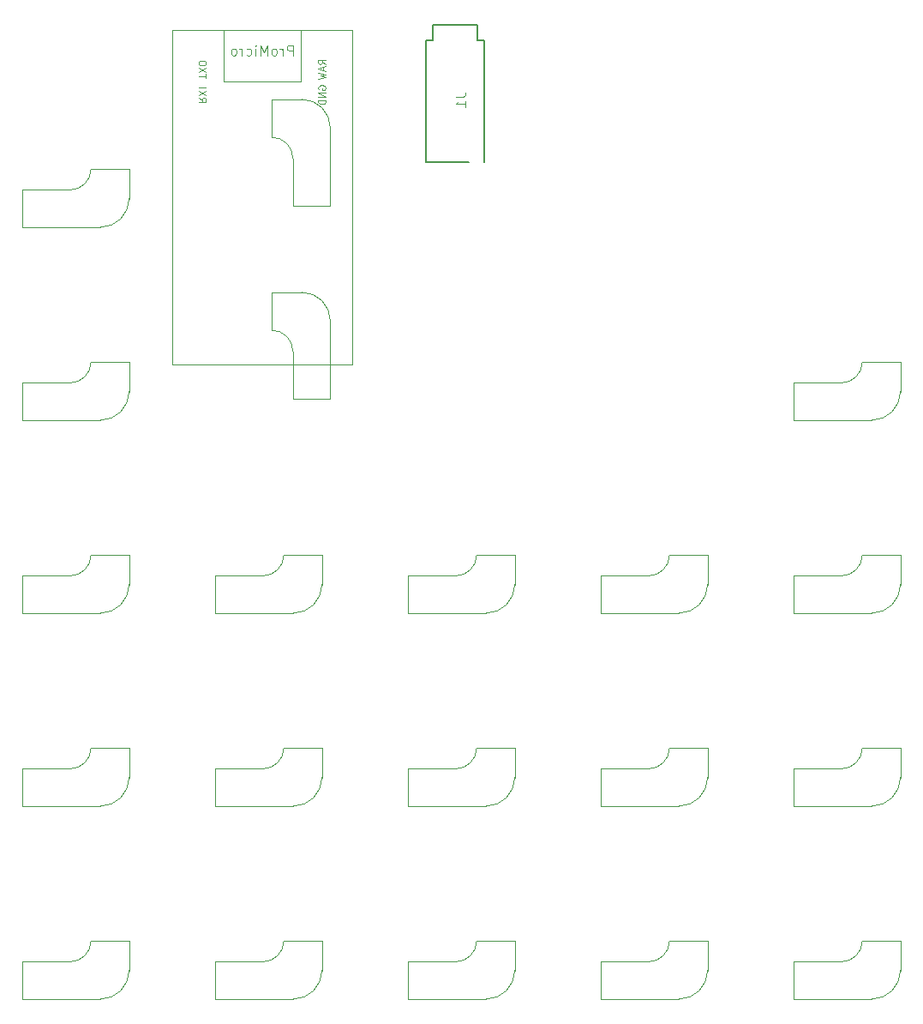
<source format=gbr>
%TF.GenerationSoftware,KiCad,Pcbnew,8.0.3*%
%TF.CreationDate,2025-03-24T17:59:12+09:00*%
%TF.ProjectId,small_keyboard_v2_1,736d616c-6c5f-46b6-9579-626f6172645f,rev?*%
%TF.SameCoordinates,Original*%
%TF.FileFunction,Legend,Bot*%
%TF.FilePolarity,Positive*%
%FSLAX46Y46*%
G04 Gerber Fmt 4.6, Leading zero omitted, Abs format (unit mm)*
G04 Created by KiCad (PCBNEW 8.0.3) date 2025-03-24 17:59:12*
%MOMM*%
%LPD*%
G01*
G04 APERTURE LIST*
%ADD10C,0.100000*%
%ADD11C,0.150000*%
G04 APERTURE END LIST*
D10*
X67214133Y-95571666D02*
X66880800Y-95338333D01*
X67214133Y-95171666D02*
X66514133Y-95171666D01*
X66514133Y-95171666D02*
X66514133Y-95438333D01*
X66514133Y-95438333D02*
X66547466Y-95505000D01*
X66547466Y-95505000D02*
X66580800Y-95538333D01*
X66580800Y-95538333D02*
X66647466Y-95571666D01*
X66647466Y-95571666D02*
X66747466Y-95571666D01*
X66747466Y-95571666D02*
X66814133Y-95538333D01*
X66814133Y-95538333D02*
X66847466Y-95505000D01*
X66847466Y-95505000D02*
X66880800Y-95438333D01*
X66880800Y-95438333D02*
X66880800Y-95171666D01*
X67014133Y-95838333D02*
X67014133Y-96171666D01*
X67214133Y-95771666D02*
X66514133Y-96005000D01*
X66514133Y-96005000D02*
X67214133Y-96238333D01*
X66514133Y-96405000D02*
X67214133Y-96571666D01*
X67214133Y-96571666D02*
X66714133Y-96705000D01*
X66714133Y-96705000D02*
X67214133Y-96838333D01*
X67214133Y-96838333D02*
X66514133Y-97005000D01*
X54695866Y-98878333D02*
X55029200Y-99111666D01*
X54695866Y-99278333D02*
X55395866Y-99278333D01*
X55395866Y-99278333D02*
X55395866Y-99011666D01*
X55395866Y-99011666D02*
X55362533Y-98945000D01*
X55362533Y-98945000D02*
X55329200Y-98911666D01*
X55329200Y-98911666D02*
X55262533Y-98878333D01*
X55262533Y-98878333D02*
X55162533Y-98878333D01*
X55162533Y-98878333D02*
X55095866Y-98911666D01*
X55095866Y-98911666D02*
X55062533Y-98945000D01*
X55062533Y-98945000D02*
X55029200Y-99011666D01*
X55029200Y-99011666D02*
X55029200Y-99278333D01*
X55395866Y-98645000D02*
X54695866Y-98178333D01*
X55395866Y-98178333D02*
X54695866Y-98645000D01*
X54695866Y-97911666D02*
X55395866Y-97911666D01*
X63978809Y-94712419D02*
X63978809Y-93712419D01*
X63978809Y-93712419D02*
X63597857Y-93712419D01*
X63597857Y-93712419D02*
X63502619Y-93760038D01*
X63502619Y-93760038D02*
X63455000Y-93807657D01*
X63455000Y-93807657D02*
X63407381Y-93902895D01*
X63407381Y-93902895D02*
X63407381Y-94045752D01*
X63407381Y-94045752D02*
X63455000Y-94140990D01*
X63455000Y-94140990D02*
X63502619Y-94188609D01*
X63502619Y-94188609D02*
X63597857Y-94236228D01*
X63597857Y-94236228D02*
X63978809Y-94236228D01*
X62978809Y-94712419D02*
X62978809Y-94045752D01*
X62978809Y-94236228D02*
X62931190Y-94140990D01*
X62931190Y-94140990D02*
X62883571Y-94093371D01*
X62883571Y-94093371D02*
X62788333Y-94045752D01*
X62788333Y-94045752D02*
X62693095Y-94045752D01*
X62216904Y-94712419D02*
X62312142Y-94664800D01*
X62312142Y-94664800D02*
X62359761Y-94617180D01*
X62359761Y-94617180D02*
X62407380Y-94521942D01*
X62407380Y-94521942D02*
X62407380Y-94236228D01*
X62407380Y-94236228D02*
X62359761Y-94140990D01*
X62359761Y-94140990D02*
X62312142Y-94093371D01*
X62312142Y-94093371D02*
X62216904Y-94045752D01*
X62216904Y-94045752D02*
X62074047Y-94045752D01*
X62074047Y-94045752D02*
X61978809Y-94093371D01*
X61978809Y-94093371D02*
X61931190Y-94140990D01*
X61931190Y-94140990D02*
X61883571Y-94236228D01*
X61883571Y-94236228D02*
X61883571Y-94521942D01*
X61883571Y-94521942D02*
X61931190Y-94617180D01*
X61931190Y-94617180D02*
X61978809Y-94664800D01*
X61978809Y-94664800D02*
X62074047Y-94712419D01*
X62074047Y-94712419D02*
X62216904Y-94712419D01*
X61454999Y-94712419D02*
X61454999Y-93712419D01*
X61454999Y-93712419D02*
X61121666Y-94426704D01*
X61121666Y-94426704D02*
X60788333Y-93712419D01*
X60788333Y-93712419D02*
X60788333Y-94712419D01*
X60312142Y-94712419D02*
X60312142Y-94045752D01*
X60312142Y-93712419D02*
X60359761Y-93760038D01*
X60359761Y-93760038D02*
X60312142Y-93807657D01*
X60312142Y-93807657D02*
X60264523Y-93760038D01*
X60264523Y-93760038D02*
X60312142Y-93712419D01*
X60312142Y-93712419D02*
X60312142Y-93807657D01*
X59407381Y-94664800D02*
X59502619Y-94712419D01*
X59502619Y-94712419D02*
X59693095Y-94712419D01*
X59693095Y-94712419D02*
X59788333Y-94664800D01*
X59788333Y-94664800D02*
X59835952Y-94617180D01*
X59835952Y-94617180D02*
X59883571Y-94521942D01*
X59883571Y-94521942D02*
X59883571Y-94236228D01*
X59883571Y-94236228D02*
X59835952Y-94140990D01*
X59835952Y-94140990D02*
X59788333Y-94093371D01*
X59788333Y-94093371D02*
X59693095Y-94045752D01*
X59693095Y-94045752D02*
X59502619Y-94045752D01*
X59502619Y-94045752D02*
X59407381Y-94093371D01*
X58978809Y-94712419D02*
X58978809Y-94045752D01*
X58978809Y-94236228D02*
X58931190Y-94140990D01*
X58931190Y-94140990D02*
X58883571Y-94093371D01*
X58883571Y-94093371D02*
X58788333Y-94045752D01*
X58788333Y-94045752D02*
X58693095Y-94045752D01*
X58216904Y-94712419D02*
X58312142Y-94664800D01*
X58312142Y-94664800D02*
X58359761Y-94617180D01*
X58359761Y-94617180D02*
X58407380Y-94521942D01*
X58407380Y-94521942D02*
X58407380Y-94236228D01*
X58407380Y-94236228D02*
X58359761Y-94140990D01*
X58359761Y-94140990D02*
X58312142Y-94093371D01*
X58312142Y-94093371D02*
X58216904Y-94045752D01*
X58216904Y-94045752D02*
X58074047Y-94045752D01*
X58074047Y-94045752D02*
X57978809Y-94093371D01*
X57978809Y-94093371D02*
X57931190Y-94140990D01*
X57931190Y-94140990D02*
X57883571Y-94236228D01*
X57883571Y-94236228D02*
X57883571Y-94521942D01*
X57883571Y-94521942D02*
X57931190Y-94617180D01*
X57931190Y-94617180D02*
X57978809Y-94664800D01*
X57978809Y-94664800D02*
X58074047Y-94712419D01*
X58074047Y-94712419D02*
X58216904Y-94712419D01*
X55395866Y-96954999D02*
X55395866Y-96554999D01*
X54695866Y-96754999D02*
X55395866Y-96754999D01*
X55395866Y-96388333D02*
X54695866Y-95921666D01*
X55395866Y-95921666D02*
X54695866Y-96388333D01*
X55395866Y-95521666D02*
X55395866Y-95388332D01*
X55395866Y-95388332D02*
X55362533Y-95321666D01*
X55362533Y-95321666D02*
X55295866Y-95254999D01*
X55295866Y-95254999D02*
X55162533Y-95221666D01*
X55162533Y-95221666D02*
X54929200Y-95221666D01*
X54929200Y-95221666D02*
X54795866Y-95254999D01*
X54795866Y-95254999D02*
X54729200Y-95321666D01*
X54729200Y-95321666D02*
X54695866Y-95388332D01*
X54695866Y-95388332D02*
X54695866Y-95521666D01*
X54695866Y-95521666D02*
X54729200Y-95588332D01*
X54729200Y-95588332D02*
X54795866Y-95654999D01*
X54795866Y-95654999D02*
X54929200Y-95688332D01*
X54929200Y-95688332D02*
X55162533Y-95688332D01*
X55162533Y-95688332D02*
X55295866Y-95654999D01*
X55295866Y-95654999D02*
X55362533Y-95588332D01*
X55362533Y-95588332D02*
X55395866Y-95521666D01*
X66547466Y-98061667D02*
X66514133Y-97995000D01*
X66514133Y-97995000D02*
X66514133Y-97895000D01*
X66514133Y-97895000D02*
X66547466Y-97795000D01*
X66547466Y-97795000D02*
X66614133Y-97728334D01*
X66614133Y-97728334D02*
X66680800Y-97695000D01*
X66680800Y-97695000D02*
X66814133Y-97661667D01*
X66814133Y-97661667D02*
X66914133Y-97661667D01*
X66914133Y-97661667D02*
X67047466Y-97695000D01*
X67047466Y-97695000D02*
X67114133Y-97728334D01*
X67114133Y-97728334D02*
X67180800Y-97795000D01*
X67180800Y-97795000D02*
X67214133Y-97895000D01*
X67214133Y-97895000D02*
X67214133Y-97961667D01*
X67214133Y-97961667D02*
X67180800Y-98061667D01*
X67180800Y-98061667D02*
X67147466Y-98095000D01*
X67147466Y-98095000D02*
X66914133Y-98095000D01*
X66914133Y-98095000D02*
X66914133Y-97961667D01*
X67214133Y-98395000D02*
X66514133Y-98395000D01*
X66514133Y-98395000D02*
X67214133Y-98795000D01*
X67214133Y-98795000D02*
X66514133Y-98795000D01*
X67214133Y-99128333D02*
X66514133Y-99128333D01*
X66514133Y-99128333D02*
X66514133Y-99295000D01*
X66514133Y-99295000D02*
X66547466Y-99395000D01*
X66547466Y-99395000D02*
X66614133Y-99461667D01*
X66614133Y-99461667D02*
X66680800Y-99495000D01*
X66680800Y-99495000D02*
X66814133Y-99528333D01*
X66814133Y-99528333D02*
X66914133Y-99528333D01*
X66914133Y-99528333D02*
X67047466Y-99495000D01*
X67047466Y-99495000D02*
X67114133Y-99461667D01*
X67114133Y-99461667D02*
X67180800Y-99395000D01*
X67180800Y-99395000D02*
X67214133Y-99295000D01*
X67214133Y-99295000D02*
X67214133Y-99128333D01*
X80070019Y-98793266D02*
X80784304Y-98793266D01*
X80784304Y-98793266D02*
X80927161Y-98745647D01*
X80927161Y-98745647D02*
X81022400Y-98650409D01*
X81022400Y-98650409D02*
X81070019Y-98507552D01*
X81070019Y-98507552D02*
X81070019Y-98412314D01*
X81070019Y-99793266D02*
X81070019Y-99221838D01*
X81070019Y-99507552D02*
X80070019Y-99507552D01*
X80070019Y-99507552D02*
X80212876Y-99412314D01*
X80212876Y-99412314D02*
X80308114Y-99317076D01*
X80308114Y-99317076D02*
X80355733Y-99221838D01*
%TO.C,SW3*%
X37282200Y-107993000D02*
X41960965Y-107992999D01*
X37282200Y-111676000D02*
X37282200Y-107993000D01*
X37282200Y-111676000D02*
X44989336Y-111676000D01*
X44056185Y-105910200D02*
X47811807Y-105910200D01*
X47811631Y-108853705D02*
X47811807Y-105910200D01*
X44056185Y-105910200D02*
G75*
G02*
X41960967Y-107992681I-2082522J2D01*
G01*
X47811631Y-108853705D02*
G75*
G02*
X44989336Y-111676001I-2822291J-5D01*
G01*
%TO.C,SW6*%
X37282200Y-146093000D02*
X41960965Y-146092999D01*
X37282200Y-149776000D02*
X37282200Y-146093000D01*
X37282200Y-149776000D02*
X44989336Y-149776000D01*
X44056185Y-144010200D02*
X47811807Y-144010200D01*
X47811631Y-146953705D02*
X47811807Y-144010200D01*
X44056185Y-144010200D02*
G75*
G02*
X41960967Y-146092681I-2082522J2D01*
G01*
X47811631Y-146953705D02*
G75*
G02*
X44989336Y-149776001I-2822291J-5D01*
G01*
%TO.C,SW2*%
X61920200Y-121843815D02*
X61920200Y-118088193D01*
X64003000Y-128617800D02*
X64002999Y-123939035D01*
X64863705Y-118088369D02*
X61920200Y-118088193D01*
X67686000Y-128617800D02*
X64003000Y-128617800D01*
X67686000Y-128617800D02*
X67686000Y-120910664D01*
X61920200Y-121843815D02*
G75*
G02*
X64002681Y-123939033I-2J-2082522D01*
G01*
X64863705Y-118088369D02*
G75*
G02*
X67686001Y-120910664I5J-2822291D01*
G01*
%TO.C,SW20*%
X113482200Y-184193000D02*
X118160965Y-184192999D01*
X113482200Y-187876000D02*
X113482200Y-184193000D01*
X113482200Y-187876000D02*
X121189336Y-187876000D01*
X120256185Y-182110200D02*
X124011807Y-182110200D01*
X124011631Y-185053705D02*
X124011807Y-182110200D01*
X120256185Y-182110200D02*
G75*
G02*
X118160967Y-184192681I-2082522J2D01*
G01*
X124011631Y-185053705D02*
G75*
G02*
X121189336Y-187876001I-2822291J-5D01*
G01*
%TO.C,SW7*%
X56332200Y-146093000D02*
X61010965Y-146092999D01*
X56332200Y-149776000D02*
X56332200Y-146093000D01*
X56332200Y-149776000D02*
X64039336Y-149776000D01*
X63106185Y-144010200D02*
X66861807Y-144010200D01*
X66861631Y-146953705D02*
X66861807Y-144010200D01*
X63106185Y-144010200D02*
G75*
G02*
X61010967Y-146092681I-2082522J2D01*
G01*
X66861631Y-146953705D02*
G75*
G02*
X64039336Y-149776001I-2822291J-5D01*
G01*
%TO.C,SW19*%
X94432200Y-184193000D02*
X99110965Y-184192999D01*
X94432200Y-187876000D02*
X94432200Y-184193000D01*
X94432200Y-187876000D02*
X102139336Y-187876000D01*
X101206185Y-182110200D02*
X104961807Y-182110200D01*
X104961631Y-185053705D02*
X104961807Y-182110200D01*
X101206185Y-182110200D02*
G75*
G02*
X99110967Y-184192681I-2082522J2D01*
G01*
X104961631Y-185053705D02*
G75*
G02*
X102139336Y-187876001I-2822291J-5D01*
G01*
%TO.C,SW1*%
X37282200Y-127043000D02*
X41960965Y-127042999D01*
X37282200Y-130726000D02*
X37282200Y-127043000D01*
X37282200Y-130726000D02*
X44989336Y-130726000D01*
X44056185Y-124960200D02*
X47811807Y-124960200D01*
X47811631Y-127903705D02*
X47811807Y-124960200D01*
X44056185Y-124960200D02*
G75*
G02*
X41960967Y-127042681I-2082522J2D01*
G01*
X47811631Y-127903705D02*
G75*
G02*
X44989336Y-130726001I-2822291J-5D01*
G01*
%TO.C,SW17*%
X56332200Y-184193000D02*
X61010965Y-184192999D01*
X56332200Y-187876000D02*
X56332200Y-184193000D01*
X56332200Y-187876000D02*
X64039336Y-187876000D01*
X63106185Y-182110200D02*
X66861807Y-182110200D01*
X66861631Y-185053705D02*
X66861807Y-182110200D01*
X63106185Y-182110200D02*
G75*
G02*
X61010967Y-184192681I-2082522J2D01*
G01*
X66861631Y-185053705D02*
G75*
G02*
X64039336Y-187876001I-2822291J-5D01*
G01*
%TO.C,SW4*%
X61920200Y-102793815D02*
X61920200Y-99038193D01*
X64003000Y-109567800D02*
X64002999Y-104889035D01*
X64863705Y-99038369D02*
X61920200Y-99038193D01*
X67686000Y-109567800D02*
X64003000Y-109567800D01*
X67686000Y-109567800D02*
X67686000Y-101860664D01*
X61920200Y-102793815D02*
G75*
G02*
X64002681Y-104889033I-2J-2082522D01*
G01*
X64863705Y-99038369D02*
G75*
G02*
X67686001Y-101860664I5J-2822291D01*
G01*
%TO.C,SW18*%
X75382200Y-184193000D02*
X80060965Y-184192999D01*
X75382200Y-187876000D02*
X75382200Y-184193000D01*
X75382200Y-187876000D02*
X83089336Y-187876000D01*
X82156185Y-182110200D02*
X85911807Y-182110200D01*
X85911631Y-185053705D02*
X85911807Y-182110200D01*
X82156185Y-182110200D02*
G75*
G02*
X80060967Y-184192681I-2082522J2D01*
G01*
X85911631Y-185053705D02*
G75*
G02*
X83089336Y-187876001I-2822291J-5D01*
G01*
%TO.C,SW9*%
X94432200Y-146093000D02*
X99110965Y-146092999D01*
X94432200Y-149776000D02*
X94432200Y-146093000D01*
X94432200Y-149776000D02*
X102139336Y-149776000D01*
X101206185Y-144010200D02*
X104961807Y-144010200D01*
X104961631Y-146953705D02*
X104961807Y-144010200D01*
X101206185Y-144010200D02*
G75*
G02*
X99110967Y-146092681I-2082522J2D01*
G01*
X104961631Y-146953705D02*
G75*
G02*
X102139336Y-149776001I-2822291J-5D01*
G01*
%TO.C,SW11*%
X37282200Y-165143000D02*
X41960965Y-165142999D01*
X37282200Y-168826000D02*
X37282200Y-165143000D01*
X37282200Y-168826000D02*
X44989336Y-168826000D01*
X44056185Y-163060200D02*
X47811807Y-163060200D01*
X47811631Y-166003705D02*
X47811807Y-163060200D01*
X44056185Y-163060200D02*
G75*
G02*
X41960967Y-165142681I-2082522J2D01*
G01*
X47811631Y-166003705D02*
G75*
G02*
X44989336Y-168826001I-2822291J-5D01*
G01*
%TO.C,SW15*%
X113482200Y-165143000D02*
X118160965Y-165142999D01*
X113482200Y-168826000D02*
X113482200Y-165143000D01*
X113482200Y-168826000D02*
X121189336Y-168826000D01*
X120256185Y-163060200D02*
X124011807Y-163060200D01*
X124011631Y-166003705D02*
X124011807Y-163060200D01*
X120256185Y-163060200D02*
G75*
G02*
X118160967Y-165142681I-2082522J2D01*
G01*
X124011631Y-166003705D02*
G75*
G02*
X121189336Y-168826001I-2822291J-5D01*
G01*
%TO.C,SW13*%
X75382200Y-165143000D02*
X80060965Y-165142999D01*
X75382200Y-168826000D02*
X75382200Y-165143000D01*
X75382200Y-168826000D02*
X83089336Y-168826000D01*
X82156185Y-163060200D02*
X85911807Y-163060200D01*
X85911631Y-166003705D02*
X85911807Y-163060200D01*
X82156185Y-163060200D02*
G75*
G02*
X80060967Y-165142681I-2082522J2D01*
G01*
X85911631Y-166003705D02*
G75*
G02*
X83089336Y-168826001I-2822291J-5D01*
G01*
%TO.C,SW5*%
X113482200Y-127043000D02*
X118160965Y-127042999D01*
X113482200Y-130726000D02*
X113482200Y-127043000D01*
X113482200Y-130726000D02*
X121189336Y-130726000D01*
X120256185Y-124960200D02*
X124011807Y-124960200D01*
X124011631Y-127903705D02*
X124011807Y-124960200D01*
X120256185Y-124960200D02*
G75*
G02*
X118160967Y-127042681I-2082522J2D01*
G01*
X124011631Y-127903705D02*
G75*
G02*
X121189336Y-130726001I-2822291J-5D01*
G01*
%TO.C,ProMicro1*%
X52065000Y-92245000D02*
X69845000Y-92245000D01*
X52065000Y-125265000D02*
X52065000Y-92245000D01*
X69845000Y-92245000D02*
X69845000Y-125265000D01*
X69845000Y-125265000D02*
X52065000Y-125265000D01*
X57145000Y-92245000D02*
X64765000Y-92245000D01*
X64765000Y-97325000D01*
X57145000Y-97325000D01*
X57145000Y-92245000D01*
%TO.C,SW14*%
X94432200Y-165143000D02*
X99110965Y-165142999D01*
X94432200Y-168826000D02*
X94432200Y-165143000D01*
X94432200Y-168826000D02*
X102139336Y-168826000D01*
X101206185Y-163060200D02*
X104961807Y-163060200D01*
X104961631Y-166003705D02*
X104961807Y-163060200D01*
X101206185Y-163060200D02*
G75*
G02*
X99110967Y-165142681I-2082522J2D01*
G01*
X104961631Y-166003705D02*
G75*
G02*
X102139336Y-168826001I-2822291J-5D01*
G01*
%TO.C,SW12*%
X56332200Y-165143000D02*
X61010965Y-165142999D01*
X56332200Y-168826000D02*
X56332200Y-165143000D01*
X56332200Y-168826000D02*
X64039336Y-168826000D01*
X63106185Y-163060200D02*
X66861807Y-163060200D01*
X66861631Y-166003705D02*
X66861807Y-163060200D01*
X63106185Y-163060200D02*
G75*
G02*
X61010967Y-165142681I-2082522J2D01*
G01*
X66861631Y-166003705D02*
G75*
G02*
X64039336Y-168826001I-2822291J-5D01*
G01*
%TO.C,SW16*%
X37282200Y-184193000D02*
X41960965Y-184192999D01*
X37282200Y-187876000D02*
X37282200Y-184193000D01*
X37282200Y-187876000D02*
X44989336Y-187876000D01*
X44056185Y-182110200D02*
X47811807Y-182110200D01*
X47811631Y-185053705D02*
X47811807Y-182110200D01*
X44056185Y-182110200D02*
G75*
G02*
X41960967Y-184192681I-2082522J2D01*
G01*
X47811631Y-185053705D02*
G75*
G02*
X44989336Y-187876001I-2822291J-5D01*
G01*
%TO.C,SW8*%
X75382200Y-146093000D02*
X80060965Y-146092999D01*
X75382200Y-149776000D02*
X75382200Y-146093000D01*
X75382200Y-149776000D02*
X83089336Y-149776000D01*
X82156185Y-144010200D02*
X85911807Y-144010200D01*
X85911631Y-146953705D02*
X85911807Y-144010200D01*
X82156185Y-144010200D02*
G75*
G02*
X80060967Y-146092681I-2082522J2D01*
G01*
X85911631Y-146953705D02*
G75*
G02*
X83089336Y-149776001I-2822291J-5D01*
G01*
%TO.C,SW10*%
X113482200Y-146093000D02*
X118160965Y-146092999D01*
X113482200Y-149776000D02*
X113482200Y-146093000D01*
X113482200Y-149776000D02*
X121189336Y-149776000D01*
X120256185Y-144010200D02*
X124011807Y-144010200D01*
X124011631Y-146953705D02*
X124011807Y-144010200D01*
X120256185Y-144010200D02*
G75*
G02*
X118160967Y-146092681I-2082522J2D01*
G01*
X124011631Y-146953705D02*
G75*
G02*
X121189336Y-149776001I-2822291J-5D01*
G01*
D11*
%TO.C,J1*%
X77105000Y-105210000D02*
X77105000Y-93210000D01*
X77805000Y-91710000D02*
X77805000Y-93210000D01*
X77805000Y-91710000D02*
X82205000Y-91710000D01*
X77805000Y-93210000D02*
X77105000Y-93210000D01*
X81351200Y-105210000D02*
X77105000Y-105210000D01*
X82205000Y-91710000D02*
X82205000Y-93210000D01*
X82205000Y-93210000D02*
X82905000Y-93210000D01*
X82905000Y-93210000D02*
X82905000Y-105210000D01*
%TD*%
M02*

</source>
